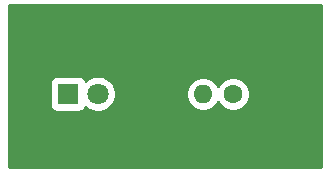
<source format=gbr>
%TF.GenerationSoftware,KiCad,Pcbnew,5.1.9-1*%
%TF.CreationDate,2021-05-15T17:01:11+02:00*%
%TF.ProjectId,kicad-test1,6b696361-642d-4746-9573-74312e6b6963,rev?*%
%TF.SameCoordinates,Original*%
%TF.FileFunction,Copper,L2,Bot*%
%TF.FilePolarity,Positive*%
%FSLAX46Y46*%
G04 Gerber Fmt 4.6, Leading zero omitted, Abs format (unit mm)*
G04 Created by KiCad (PCBNEW 5.1.9-1) date 2021-05-15 17:01:11*
%MOMM*%
%LPD*%
G01*
G04 APERTURE LIST*
%TA.AperFunction,ComponentPad*%
%ADD10O,1.600000X1.600000*%
%TD*%
%TA.AperFunction,ComponentPad*%
%ADD11C,1.600000*%
%TD*%
%TA.AperFunction,ComponentPad*%
%ADD12C,1.800000*%
%TD*%
%TA.AperFunction,ComponentPad*%
%ADD13R,1.800000X1.800000*%
%TD*%
%TA.AperFunction,NonConductor*%
%ADD14C,0.254000*%
%TD*%
%TA.AperFunction,NonConductor*%
%ADD15C,0.100000*%
%TD*%
G04 APERTURE END LIST*
D10*
%TO.P,R1,2*%
%TO.N,Net-(D1-Pad2)*%
X115570000Y-86360000D03*
D11*
%TO.P,R1,1*%
%TO.N,VCC*%
X118110000Y-86360000D03*
%TD*%
D12*
%TO.P,D1,2*%
%TO.N,Net-(D1-Pad2)*%
X106680000Y-86360000D03*
D13*
%TO.P,D1,1*%
%TO.N,GND*%
X104140000Y-86360000D03*
%TD*%
D14*
X125603000Y-92583000D02*
X99187000Y-92583000D01*
X99187000Y-85460000D01*
X102601928Y-85460000D01*
X102601928Y-87260000D01*
X102614188Y-87384482D01*
X102650498Y-87504180D01*
X102709463Y-87614494D01*
X102788815Y-87711185D01*
X102885506Y-87790537D01*
X102995820Y-87849502D01*
X103115518Y-87885812D01*
X103240000Y-87898072D01*
X105040000Y-87898072D01*
X105164482Y-87885812D01*
X105284180Y-87849502D01*
X105394494Y-87790537D01*
X105491185Y-87711185D01*
X105570537Y-87614494D01*
X105629502Y-87504180D01*
X105635056Y-87485873D01*
X105701495Y-87552312D01*
X105952905Y-87720299D01*
X106232257Y-87836011D01*
X106528816Y-87895000D01*
X106831184Y-87895000D01*
X107127743Y-87836011D01*
X107407095Y-87720299D01*
X107658505Y-87552312D01*
X107872312Y-87338505D01*
X108040299Y-87087095D01*
X108156011Y-86807743D01*
X108215000Y-86511184D01*
X108215000Y-86218665D01*
X114135000Y-86218665D01*
X114135000Y-86501335D01*
X114190147Y-86778574D01*
X114298320Y-87039727D01*
X114455363Y-87274759D01*
X114655241Y-87474637D01*
X114890273Y-87631680D01*
X115151426Y-87739853D01*
X115428665Y-87795000D01*
X115711335Y-87795000D01*
X115988574Y-87739853D01*
X116249727Y-87631680D01*
X116484759Y-87474637D01*
X116684637Y-87274759D01*
X116840000Y-87042241D01*
X116995363Y-87274759D01*
X117195241Y-87474637D01*
X117430273Y-87631680D01*
X117691426Y-87739853D01*
X117968665Y-87795000D01*
X118251335Y-87795000D01*
X118528574Y-87739853D01*
X118789727Y-87631680D01*
X119024759Y-87474637D01*
X119224637Y-87274759D01*
X119381680Y-87039727D01*
X119489853Y-86778574D01*
X119545000Y-86501335D01*
X119545000Y-86218665D01*
X119489853Y-85941426D01*
X119381680Y-85680273D01*
X119224637Y-85445241D01*
X119024759Y-85245363D01*
X118789727Y-85088320D01*
X118528574Y-84980147D01*
X118251335Y-84925000D01*
X117968665Y-84925000D01*
X117691426Y-84980147D01*
X117430273Y-85088320D01*
X117195241Y-85245363D01*
X116995363Y-85445241D01*
X116840000Y-85677759D01*
X116684637Y-85445241D01*
X116484759Y-85245363D01*
X116249727Y-85088320D01*
X115988574Y-84980147D01*
X115711335Y-84925000D01*
X115428665Y-84925000D01*
X115151426Y-84980147D01*
X114890273Y-85088320D01*
X114655241Y-85245363D01*
X114455363Y-85445241D01*
X114298320Y-85680273D01*
X114190147Y-85941426D01*
X114135000Y-86218665D01*
X108215000Y-86218665D01*
X108215000Y-86208816D01*
X108156011Y-85912257D01*
X108040299Y-85632905D01*
X107872312Y-85381495D01*
X107658505Y-85167688D01*
X107407095Y-84999701D01*
X107127743Y-84883989D01*
X106831184Y-84825000D01*
X106528816Y-84825000D01*
X106232257Y-84883989D01*
X105952905Y-84999701D01*
X105701495Y-85167688D01*
X105635056Y-85234127D01*
X105629502Y-85215820D01*
X105570537Y-85105506D01*
X105491185Y-85008815D01*
X105394494Y-84929463D01*
X105284180Y-84870498D01*
X105164482Y-84834188D01*
X105040000Y-84821928D01*
X103240000Y-84821928D01*
X103115518Y-84834188D01*
X102995820Y-84870498D01*
X102885506Y-84929463D01*
X102788815Y-85008815D01*
X102709463Y-85105506D01*
X102650498Y-85215820D01*
X102614188Y-85335518D01*
X102601928Y-85460000D01*
X99187000Y-85460000D01*
X99187000Y-78867000D01*
X125603000Y-78867000D01*
X125603000Y-92583000D01*
%TA.AperFunction,NonConductor*%
D15*
G36*
X125603000Y-92583000D02*
G01*
X99187000Y-92583000D01*
X99187000Y-85460000D01*
X102601928Y-85460000D01*
X102601928Y-87260000D01*
X102614188Y-87384482D01*
X102650498Y-87504180D01*
X102709463Y-87614494D01*
X102788815Y-87711185D01*
X102885506Y-87790537D01*
X102995820Y-87849502D01*
X103115518Y-87885812D01*
X103240000Y-87898072D01*
X105040000Y-87898072D01*
X105164482Y-87885812D01*
X105284180Y-87849502D01*
X105394494Y-87790537D01*
X105491185Y-87711185D01*
X105570537Y-87614494D01*
X105629502Y-87504180D01*
X105635056Y-87485873D01*
X105701495Y-87552312D01*
X105952905Y-87720299D01*
X106232257Y-87836011D01*
X106528816Y-87895000D01*
X106831184Y-87895000D01*
X107127743Y-87836011D01*
X107407095Y-87720299D01*
X107658505Y-87552312D01*
X107872312Y-87338505D01*
X108040299Y-87087095D01*
X108156011Y-86807743D01*
X108215000Y-86511184D01*
X108215000Y-86218665D01*
X114135000Y-86218665D01*
X114135000Y-86501335D01*
X114190147Y-86778574D01*
X114298320Y-87039727D01*
X114455363Y-87274759D01*
X114655241Y-87474637D01*
X114890273Y-87631680D01*
X115151426Y-87739853D01*
X115428665Y-87795000D01*
X115711335Y-87795000D01*
X115988574Y-87739853D01*
X116249727Y-87631680D01*
X116484759Y-87474637D01*
X116684637Y-87274759D01*
X116840000Y-87042241D01*
X116995363Y-87274759D01*
X117195241Y-87474637D01*
X117430273Y-87631680D01*
X117691426Y-87739853D01*
X117968665Y-87795000D01*
X118251335Y-87795000D01*
X118528574Y-87739853D01*
X118789727Y-87631680D01*
X119024759Y-87474637D01*
X119224637Y-87274759D01*
X119381680Y-87039727D01*
X119489853Y-86778574D01*
X119545000Y-86501335D01*
X119545000Y-86218665D01*
X119489853Y-85941426D01*
X119381680Y-85680273D01*
X119224637Y-85445241D01*
X119024759Y-85245363D01*
X118789727Y-85088320D01*
X118528574Y-84980147D01*
X118251335Y-84925000D01*
X117968665Y-84925000D01*
X117691426Y-84980147D01*
X117430273Y-85088320D01*
X117195241Y-85245363D01*
X116995363Y-85445241D01*
X116840000Y-85677759D01*
X116684637Y-85445241D01*
X116484759Y-85245363D01*
X116249727Y-85088320D01*
X115988574Y-84980147D01*
X115711335Y-84925000D01*
X115428665Y-84925000D01*
X115151426Y-84980147D01*
X114890273Y-85088320D01*
X114655241Y-85245363D01*
X114455363Y-85445241D01*
X114298320Y-85680273D01*
X114190147Y-85941426D01*
X114135000Y-86218665D01*
X108215000Y-86218665D01*
X108215000Y-86208816D01*
X108156011Y-85912257D01*
X108040299Y-85632905D01*
X107872312Y-85381495D01*
X107658505Y-85167688D01*
X107407095Y-84999701D01*
X107127743Y-84883989D01*
X106831184Y-84825000D01*
X106528816Y-84825000D01*
X106232257Y-84883989D01*
X105952905Y-84999701D01*
X105701495Y-85167688D01*
X105635056Y-85234127D01*
X105629502Y-85215820D01*
X105570537Y-85105506D01*
X105491185Y-85008815D01*
X105394494Y-84929463D01*
X105284180Y-84870498D01*
X105164482Y-84834188D01*
X105040000Y-84821928D01*
X103240000Y-84821928D01*
X103115518Y-84834188D01*
X102995820Y-84870498D01*
X102885506Y-84929463D01*
X102788815Y-85008815D01*
X102709463Y-85105506D01*
X102650498Y-85215820D01*
X102614188Y-85335518D01*
X102601928Y-85460000D01*
X99187000Y-85460000D01*
X99187000Y-78867000D01*
X125603000Y-78867000D01*
X125603000Y-92583000D01*
G37*
%TD.AperFunction*%
M02*

</source>
